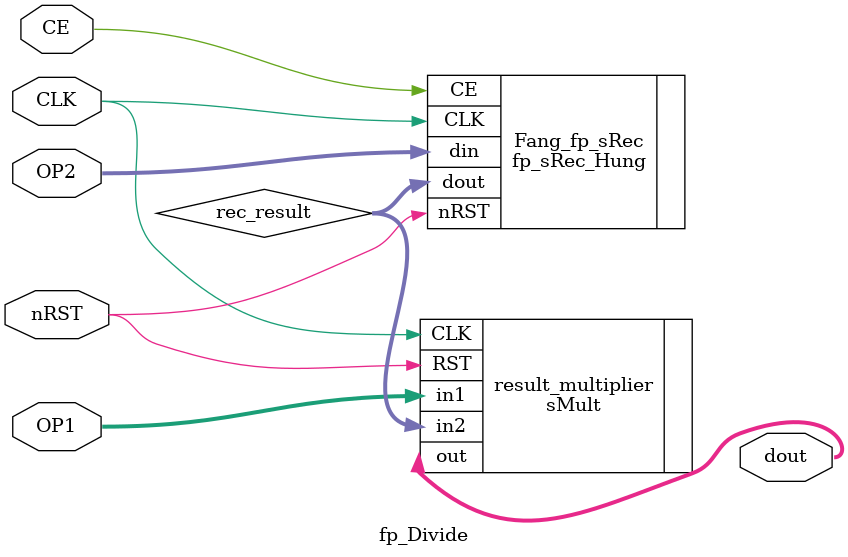
<source format=v>
`timescale 1ns / 1ps
module fp_Divide
	#(parameter 
					WI1 = 4,			 		// input 1 integer size
					WF1 = 4,			 		// input 1 fractional size
					WI2 = 4,			 		// input 2 integer size
					WF2 = 4,			 		// input 2 fractional size
					WL1 = WI1 + WF1,	 
					WL2 = WI2 + WF2,
					WIO = WI1,   	 		// output integer size
					WFO = WF1,     	   // output fractional size
					LUT_bits = WL2,
					LUT_addWidth = 4
	 )
	 (input 		CLK, 				 			// clock
					nRST, 				 		// negative reset
					CE,							// clock enable
	  input     [WI1+WF1-1 : 0] 	 OP1,	// data input
	  input     [WI2+WF2-1 : 0] 	 OP2,	// data input
	  output    [WIO+WFO-1 : 0]    dout // result
    );

// inner datapath parameters
localparam WFO_REC = WL2;
localparam WIO_REC = WF2+2;

// Main reciprocal structure, format is 1.WF
wire [WIO_REC+WFO_REC-1 : 0] rec_result;

// 1/b
	fp_sRec_Hung
	#
	(
		.WI(WI2),
		.WF(WF2),
		.WIO(WIO_REC),
		.WFO(WFO_REC),
		.LUT_addWidth(LUT_addWidth),
		.LUT_bits(LUT_bits)
	)
	Fang_fp_sRec
	(
		.CLK(CLK), 
		.nRST(nRST), 
		.CE(CE), 
		.din(OP2), 
		.dout(rec_result)
	);

// a * 1/b
	sMult 
	 #(.WI1(WI1),   .WF1(WF1), .WI2(WIO_REC),  .WF2(WFO_REC),   .WIO(WIO),   .WFO(WFO)) 
	result_multiplier
	  (.CLK(CLK), .RST(nRST), .in1(OP1), .in2(rec_result),  .out(dout));	

endmodule

</source>
